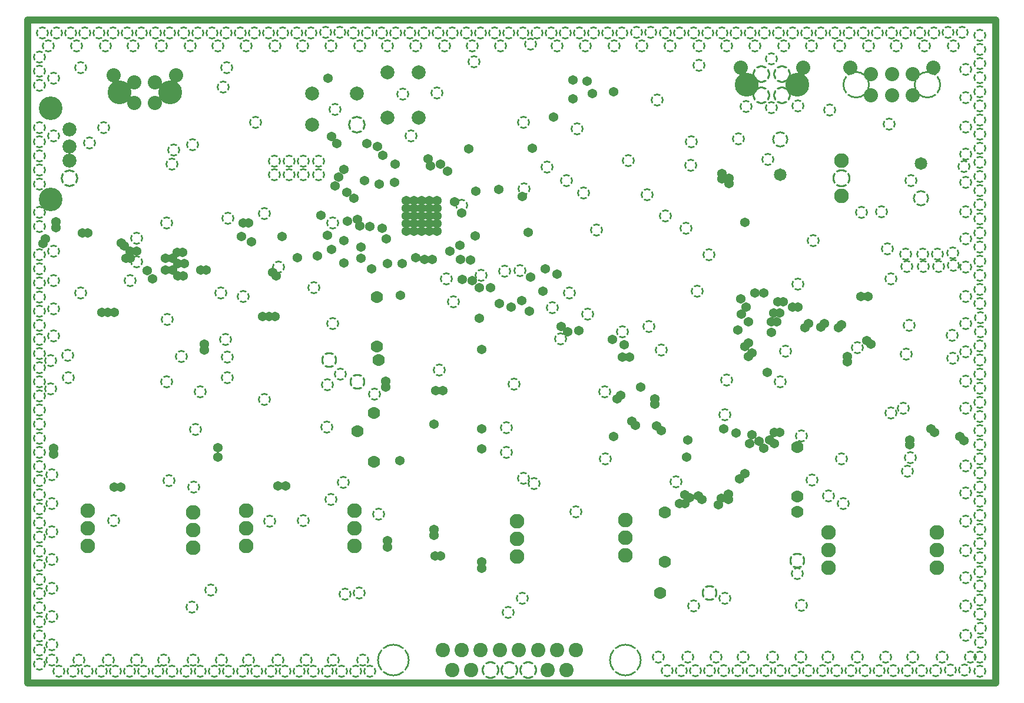
<source format=gbr>
%TF.GenerationSoftware,Altium Limited,Altium Designer,25.3.3 (18)*%
G04 Layer_Physical_Order=2*
G04 Layer_Color=32768*
%FSLAX45Y45*%
%MOMM*%
%TF.SameCoordinates,7852E7E1-4E30-4CDD-8EF1-640B4E54786C*%
%TF.FilePolarity,Negative*%
%TF.FileFunction,Copper,L2,Inr,Plane*%
%TF.Part,Single*%
G01*
G75*
%TA.AperFunction,NonConductor*%
%ADD84C,1.01600*%
%TA.AperFunction,ComponentPad*%
%ADD85C,1.76600*%
G04:AMPARAMS|DCode=86|XSize=2.274mm|YSize=2.274mm|CornerRadius=0mm|HoleSize=0mm|Usage=FLASHONLY|Rotation=0.000|XOffset=0mm|YOffset=0mm|HoleType=Round|Shape=Relief|Width=0.254mm|Gap=0.254mm|Entries=4|*
%AMTHD86*
7,0,0,2.27400,1.76600,0.25400,45*
%
%ADD86THD86*%
G04:AMPARAMS|DCode=87|XSize=4.699mm|YSize=4.699mm|CornerRadius=0mm|HoleSize=0mm|Usage=FLASHONLY|Rotation=0.000|XOffset=0mm|YOffset=0mm|HoleType=Round|Shape=Relief|Width=0.254mm|Gap=0.254mm|Entries=4|*
%AMTHD87*
7,0,0,4.69900,4.19100,0.25400,45*
%
%ADD87THD87*%
%ADD88C,2.05740*%
G04:AMPARAMS|DCode=89|XSize=2.5654mm|YSize=2.5654mm|CornerRadius=0mm|HoleSize=0mm|Usage=FLASHONLY|Rotation=0.000|XOffset=0mm|YOffset=0mm|HoleType=Round|Shape=Relief|Width=0.254mm|Gap=0.254mm|Entries=4|*
%AMTHD89*
7,0,0,2.56540,2.05740,0.25400,45*
%
%ADD89THD89*%
%ADD90C,3.39600*%
G04:AMPARAMS|DCode=91|XSize=2.524mm|YSize=2.524mm|CornerRadius=0mm|HoleSize=0mm|Usage=FLASHONLY|Rotation=0.000|XOffset=0mm|YOffset=0mm|HoleType=Round|Shape=Relief|Width=0.254mm|Gap=0.254mm|Entries=4|*
%AMTHD91*
7,0,0,2.52400,2.01600,0.25400,45*
%
%ADD91THD91*%
%ADD92C,2.01600*%
%ADD93C,2.03600*%
G04:AMPARAMS|DCode=94|XSize=2.544mm|YSize=2.544mm|CornerRadius=0mm|HoleSize=0mm|Usage=FLASHONLY|Rotation=0.000|XOffset=0mm|YOffset=0mm|HoleType=Round|Shape=Relief|Width=0.254mm|Gap=0.254mm|Entries=4|*
%AMTHD94*
7,0,0,2.54400,2.03600,0.25400,45*
%
%ADD94THD94*%
%ADD95C,3.42600*%
%ADD96C,2.11600*%
%ADD97C,2.00600*%
G04:AMPARAMS|DCode=98|XSize=2.514mm|YSize=2.514mm|CornerRadius=0mm|HoleSize=0mm|Usage=FLASHONLY|Rotation=0.000|XOffset=0mm|YOffset=0mm|HoleType=Round|Shape=Relief|Width=0.254mm|Gap=0.254mm|Entries=4|*
%AMTHD98*
7,0,0,2.51400,2.00600,0.25400,45*
%
%ADD98THD98*%
G04:AMPARAMS|DCode=99|XSize=3.934mm|YSize=3.934mm|CornerRadius=0mm|HoleSize=0mm|Usage=FLASHONLY|Rotation=0.000|XOffset=0mm|YOffset=0mm|HoleType=Round|Shape=Relief|Width=0.254mm|Gap=0.254mm|Entries=4|*
%AMTHD99*
7,0,0,3.93400,3.42600,0.25400,45*
%
%ADD99THD99*%
G04:AMPARAMS|DCode=100|XSize=2.624mm|YSize=2.624mm|CornerRadius=0mm|HoleSize=0mm|Usage=FLASHONLY|Rotation=0.000|XOffset=0mm|YOffset=0mm|HoleType=Round|Shape=Relief|Width=0.254mm|Gap=0.254mm|Entries=4|*
%AMTHD100*
7,0,0,2.62400,2.11600,0.25400,45*
%
%ADD100THD100*%
G04:AMPARAMS|DCode=101|XSize=2.324mm|YSize=2.324mm|CornerRadius=0mm|HoleSize=0mm|Usage=FLASHONLY|Rotation=0.000|XOffset=0mm|YOffset=0mm|HoleType=Round|Shape=Relief|Width=0.254mm|Gap=0.254mm|Entries=4|*
%AMTHD101*
7,0,0,2.32400,1.81600,0.25400,45*
%
%ADD101THD101*%
%ADD102C,1.81600*%
%TA.AperFunction,ViaPad*%
%ADD103C,1.36600*%
G04:AMPARAMS|DCode=104|XSize=1.874mm|YSize=1.874mm|CornerRadius=0mm|HoleSize=0mm|Usage=FLASHONLY|Rotation=0.000|XOffset=0mm|YOffset=0mm|HoleType=Round|Shape=Relief|Width=0.254mm|Gap=0.254mm|Entries=4|*
%AMTHD104*
7,0,0,1.87400,1.36600,0.25400,45*
%
%ADD104THD104*%
D84*
X3822700Y1930400D02*
Y11468100D01*
X17741901D01*
Y1930400D02*
Y11468100D01*
X3822700Y1930400D02*
X17741901D01*
D85*
X8864000Y6578600D02*
D03*
X12979401Y4380900D02*
D03*
Y3670900D02*
D03*
X8839200Y7480300D02*
D03*
Y6770300D02*
D03*
X8801100Y5106000D02*
D03*
Y5816000D02*
D03*
X8559800Y5550500D02*
D03*
X12916499Y3225800D02*
D03*
X14884399Y5321300D02*
D03*
Y4611300D02*
D03*
Y4393600D02*
D03*
D86*
X8154000Y6578600D02*
D03*
X8559800Y6260500D02*
D03*
X13626500Y3225800D02*
D03*
X14884399Y3683600D02*
D03*
D87*
X9077960Y2255520D02*
D03*
X12410440D02*
D03*
D88*
X9784080Y2397760D02*
D03*
X10058400D02*
D03*
X10332720D02*
D03*
X10607039D02*
D03*
X10881359D02*
D03*
X11155679D02*
D03*
X11429999D02*
D03*
X11704319D02*
D03*
X9921241Y2113280D02*
D03*
X10195561D02*
D03*
X11292840D02*
D03*
X11567160D02*
D03*
D89*
X10469881D02*
D03*
X10744200D02*
D03*
X11018520D02*
D03*
D90*
X4148600Y8887800D02*
D03*
Y10201800D02*
D03*
D91*
X4419600Y9194800D02*
D03*
D92*
Y9444800D02*
D03*
Y9644800D02*
D03*
Y9894800D02*
D03*
D93*
X14068500Y10782600D02*
D03*
X14968500D02*
D03*
X5051500Y10668300D02*
D03*
X5951500D02*
D03*
X5351500Y10574300D02*
D03*
X5651500D02*
D03*
X5351500Y10274300D02*
D03*
X5651500D02*
D03*
X15944955Y10686100D02*
D03*
X16244955D02*
D03*
X16544955D02*
D03*
X15944955Y10386100D02*
D03*
X16244955D02*
D03*
X16544955D02*
D03*
X16844955Y10780100D02*
D03*
X15644955D02*
D03*
D94*
X14368500Y10688600D02*
D03*
X14668500D02*
D03*
X14368500Y10388600D02*
D03*
X14668500D02*
D03*
D95*
X14883501Y10538600D02*
D03*
X14153500D02*
D03*
X5866500Y10424300D02*
D03*
X5136500D02*
D03*
D96*
X4683658Y3895042D02*
D03*
Y4149042D02*
D03*
Y4403042D02*
D03*
X15519400Y8940800D02*
D03*
Y9448800D02*
D03*
X15333891Y3584348D02*
D03*
Y3838348D02*
D03*
Y4092348D02*
D03*
X16890509Y3584348D02*
D03*
X12410594Y3767094D02*
D03*
X8520670Y3900916D02*
D03*
X6197255Y3873500D02*
D03*
X6959600Y3898900D02*
D03*
Y4152900D02*
D03*
Y4406900D02*
D03*
X8520670Y4408916D02*
D03*
Y4154916D02*
D03*
X10858500Y4254500D02*
D03*
Y4000500D02*
D03*
Y3746500D02*
D03*
X12410594Y4021094D02*
D03*
Y4275094D02*
D03*
X16890509Y3838348D02*
D03*
Y4092348D02*
D03*
X6197255Y4127500D02*
D03*
Y4381500D02*
D03*
D97*
X8995200Y10063600D02*
D03*
X9445200D02*
D03*
Y10713600D02*
D03*
X8995200D02*
D03*
X8554600Y10410400D02*
D03*
X7904600D02*
D03*
Y9960400D02*
D03*
D98*
X8554600D02*
D03*
D99*
X16759955Y10536100D02*
D03*
X15729955D02*
D03*
D100*
X15519400Y9194800D02*
D03*
D101*
X16662399Y8906700D02*
D03*
X14643100Y9745600D02*
D03*
D102*
X16662399Y9406700D02*
D03*
X14643100Y9245600D02*
D03*
D103*
X4076700Y8318500D02*
D03*
X11861800Y10591800D02*
D03*
X11658600Y10604500D02*
D03*
X4603750Y8407400D02*
D03*
X12242800Y10439400D02*
D03*
X11226800Y7569200D02*
D03*
X10185400Y8013700D02*
D03*
X9956463Y8851840D02*
D03*
X10060409Y8688580D02*
D03*
X14198599Y5372100D02*
D03*
X14401801Y5308600D02*
D03*
X6553200Y5181600D02*
D03*
X10160000Y9613900D02*
D03*
X5613400Y7747000D02*
D03*
X10255634Y8363922D02*
D03*
X10033000Y8229600D02*
D03*
X11049000Y7772400D02*
D03*
X9639300Y8026400D02*
D03*
X9525000D02*
D03*
X8597900Y8509000D02*
D03*
X8737600Y8496300D02*
D03*
X8915400Y8470900D02*
D03*
X13754100Y4495800D02*
D03*
X13792200Y4584700D02*
D03*
X14135100Y8559800D02*
D03*
X8140700Y10629900D02*
D03*
X11379200Y10071100D02*
D03*
X10934700Y8928100D02*
D03*
X9893300Y8140700D02*
D03*
X8978900Y8318500D02*
D03*
X9398000Y8051800D02*
D03*
X9207500Y7964400D02*
D03*
X8991600Y7962900D02*
D03*
X8559800Y8597900D02*
D03*
X8509000Y8902700D02*
D03*
X8877300Y9105900D02*
D03*
X11012707Y8412235D02*
D03*
X10922800Y7429500D02*
D03*
X8191500Y9791700D02*
D03*
X8267700Y9690100D02*
D03*
X8242300Y9080500D02*
D03*
X8293100Y9207500D02*
D03*
X8369300Y9321800D02*
D03*
X9106185Y9397486D02*
D03*
X8928100Y9525000D02*
D03*
X8851900Y9652000D02*
D03*
X8699500Y9690100D02*
D03*
X8661400Y9156700D02*
D03*
X10591800Y9029700D02*
D03*
X10261600Y9004300D02*
D03*
X10210800Y7721600D02*
D03*
X10045700Y8026400D02*
D03*
X10071100Y7734300D02*
D03*
X10312400Y7620000D02*
D03*
X10477500D02*
D03*
X10316517Y7179617D02*
D03*
X8610600Y8204200D02*
D03*
X8420100Y8572500D02*
D03*
X8763000Y7888300D02*
D03*
X8610600Y8039100D02*
D03*
X8369300Y8293100D02*
D03*
Y7975600D02*
D03*
X8407400Y8991600D02*
D03*
X8191500Y8166100D02*
D03*
X8128000Y8369300D02*
D03*
X7988300Y8077200D02*
D03*
X7696200Y8051800D02*
D03*
X8039100Y8661400D02*
D03*
X9265700Y8866600D02*
D03*
X9375700D02*
D03*
X9485700D02*
D03*
X9595700D02*
D03*
X9705700D02*
D03*
X9265700Y8756600D02*
D03*
X9375700D02*
D03*
X9485700D02*
D03*
X9595700D02*
D03*
X9705700D02*
D03*
X9265700Y8646600D02*
D03*
X9375700D02*
D03*
X9485700D02*
D03*
X9595700D02*
D03*
X9705700D02*
D03*
X9265700Y8536600D02*
D03*
X9375700D02*
D03*
X9485700D02*
D03*
X9595700D02*
D03*
X9705700D02*
D03*
X9265700Y8426600D02*
D03*
X9375700D02*
D03*
X9485700D02*
D03*
X9595700D02*
D03*
X9705700D02*
D03*
X9093200Y9131300D02*
D03*
X14592300Y7124700D02*
D03*
X14516100D02*
D03*
X14185899D02*
D03*
X15887700Y6858000D02*
D03*
X15940045Y6805655D02*
D03*
X12230100Y6870700D02*
D03*
X14452600Y6400800D02*
D03*
X14554201Y5372100D02*
D03*
X14490700Y5422900D02*
D03*
X12839700Y5943600D02*
D03*
Y6019800D02*
D03*
X13268764Y4635791D02*
D03*
X13335001Y4597400D02*
D03*
X11747500Y6997700D02*
D03*
X5537200Y7861300D02*
D03*
X6057900Y7785100D02*
D03*
X5981700D02*
D03*
X9613900Y9372600D02*
D03*
X9855200Y9289136D02*
D03*
X9753600Y9398000D02*
D03*
X10769600Y7340600D02*
D03*
X9182100Y7505700D02*
D03*
X11074400Y9626600D02*
D03*
X11938992Y10414000D02*
D03*
X9575800Y9474200D02*
D03*
X11658600Y10337800D02*
D03*
X14681200Y7416800D02*
D03*
X14401801Y7543800D02*
D03*
X14274800D02*
D03*
X14516100Y6974316D02*
D03*
X11493500Y7061200D02*
D03*
X11582400Y6985000D02*
D03*
X10350500Y6731000D02*
D03*
X14008099Y5524500D02*
D03*
X12636500Y6184900D02*
D03*
X13830299Y5588000D02*
D03*
X14058900Y4864100D02*
D03*
X14135100Y4940300D02*
D03*
X10604500Y7391400D02*
D03*
X11036300Y7277100D02*
D03*
X12395200Y6794500D02*
D03*
X13804900Y9182100D02*
D03*
Y9258300D02*
D03*
X14030217Y7010400D02*
D03*
X14084300Y7239000D02*
D03*
X14147800Y7340600D02*
D03*
X14071600Y7454900D02*
D03*
X12471400Y6616700D02*
D03*
X12369800D02*
D03*
X11430000Y7810500D02*
D03*
X11264900Y7886700D02*
D03*
X12928600Y5562600D02*
D03*
X7480300Y8356600D02*
D03*
X7035800Y8280400D02*
D03*
X6896100Y8356600D02*
D03*
X7378599Y7204172D02*
D03*
X7289800Y7200900D02*
D03*
X7200900D02*
D03*
X13906500Y9112250D02*
D03*
Y9194800D02*
D03*
X14185899Y6819900D02*
D03*
X14897099Y7340600D02*
D03*
X14820900D02*
D03*
X14608043Y7416800D02*
D03*
X14630400Y7251700D02*
D03*
X14547388D02*
D03*
X9169400Y5130800D02*
D03*
X13296899Y5181600D02*
D03*
X15223276Y7046432D02*
D03*
X15278101Y7099300D02*
D03*
X15608299Y6623050D02*
D03*
Y6553200D02*
D03*
X15474734Y7041934D02*
D03*
X15519400Y7086600D02*
D03*
X14992123Y7041924D02*
D03*
X15049500Y7099300D02*
D03*
X14236700Y6680200D02*
D03*
X14185899Y6629400D02*
D03*
X14135100Y6769100D02*
D03*
X14630400Y5537200D02*
D03*
X10350500Y5588000D02*
D03*
X6311900Y7874000D02*
D03*
X6388100D02*
D03*
X7389900Y7786600D02*
D03*
X7340600Y7835900D02*
D03*
X5800929Y8039100D02*
D03*
X5969000Y8128000D02*
D03*
X5899559Y8039100D02*
D03*
X6045200Y8128000D02*
D03*
X6070600Y7962900D02*
D03*
X5981700D02*
D03*
X5803900Y7874000D02*
D03*
X5905500D02*
D03*
X5295900Y8140700D02*
D03*
X5384800D02*
D03*
X15798801Y7493000D02*
D03*
X15903085D02*
D03*
X6921500Y8547100D02*
D03*
X6997700D02*
D03*
X12344400Y6070600D02*
D03*
X12293600Y6019800D02*
D03*
X5232400Y8039100D02*
D03*
X5295900D02*
D03*
X5207000Y8216900D02*
D03*
X5162550Y8261350D02*
D03*
X4686300Y8407400D02*
D03*
X4229100Y8483600D02*
D03*
X4226615Y8560916D02*
D03*
X4038600Y8255000D02*
D03*
X13265150Y4508500D02*
D03*
X13195300D02*
D03*
X13893800Y4572000D02*
D03*
Y4648200D02*
D03*
X13512801Y4572000D02*
D03*
X13462000Y4622800D02*
D03*
X13309599Y5422900D02*
D03*
X14554201Y5537200D02*
D03*
X14338300Y5410200D02*
D03*
X14236700Y5503088D02*
D03*
X17220450Y5474450D02*
D03*
X17277600Y5417300D02*
D03*
X16807700Y5582402D02*
D03*
X16858501Y5531600D02*
D03*
X16502901Y5353800D02*
D03*
Y5423650D02*
D03*
X12242800Y5473700D02*
D03*
X6362700Y6807200D02*
D03*
Y6718300D02*
D03*
X9664700Y4140200D02*
D03*
Y4051300D02*
D03*
X8991600Y3975100D02*
D03*
Y3886200D02*
D03*
X9677400Y3759200D02*
D03*
X9753600D02*
D03*
X9658350Y5651500D02*
D03*
X10350500Y5295900D02*
D03*
Y3580099D02*
D03*
Y3670300D02*
D03*
X9690100Y6134100D02*
D03*
X9791700D02*
D03*
X8966200Y6184900D02*
D03*
Y6273800D02*
D03*
X12865100Y5626100D02*
D03*
X12560300Y5638800D02*
D03*
X12509948Y5696552D02*
D03*
X5061599Y7259533D02*
D03*
X4972800Y7256262D02*
D03*
X4883900D02*
D03*
X7531100Y4762500D02*
D03*
X7416800D02*
D03*
X6552556Y5313576D02*
D03*
X4191000Y5308600D02*
D03*
X5067300Y4749800D02*
D03*
X5156200D02*
D03*
X4191000Y5219700D02*
D03*
D104*
X16450043Y6657520D02*
D03*
X13868401Y6286500D02*
D03*
X14643100Y6261100D02*
D03*
X14719299Y6705600D02*
D03*
X15519400Y5156200D02*
D03*
X16510001Y5168900D02*
D03*
X16230600Y5816600D02*
D03*
X14946658Y3047989D02*
D03*
X13398500Y3035300D02*
D03*
X10728470Y2939099D02*
D03*
X11705888Y4393556D02*
D03*
X13144791Y4821339D02*
D03*
X12928600Y6718300D02*
D03*
X14897099Y7670800D02*
D03*
X13614400Y8089900D02*
D03*
X15112585Y8290261D02*
D03*
X16178152Y8171000D02*
D03*
X16230005Y7745811D02*
D03*
X16092596Y8710267D02*
D03*
X16204080Y9972869D02*
D03*
X14036655Y9760271D02*
D03*
X12872568Y10317684D02*
D03*
X13352200Y9379155D02*
D03*
X10342800Y7797588D02*
D03*
X10677479Y7848941D02*
D03*
X11283118Y9354409D02*
D03*
X10951030Y9995279D02*
D03*
X9214848Y10399226D02*
D03*
X8242300Y10185400D02*
D03*
X7099300Y9994900D02*
D03*
X4914900Y9918700D02*
D03*
X5892800Y9398000D02*
D03*
X5384800Y8331200D02*
D03*
X5816600Y8547100D02*
D03*
X6701849Y8612546D02*
D03*
X7226300Y8686800D02*
D03*
X7937500Y7620000D02*
D03*
X8864600Y4356100D02*
D03*
X8384172Y3203727D02*
D03*
X7302500Y4254500D02*
D03*
X7785100Y4267200D02*
D03*
X8178800Y4572000D02*
D03*
X8120075Y5611073D02*
D03*
X8318500Y6375400D02*
D03*
X6032500Y6629400D02*
D03*
X5054600Y4267200D02*
D03*
X6184900Y3022600D02*
D03*
X7924800Y2095500D02*
D03*
X4165600Y2476500D02*
D03*
Y3708400D02*
D03*
Y3289300D02*
D03*
Y2882900D02*
D03*
Y4927600D02*
D03*
Y4508500D02*
D03*
Y4102100D02*
D03*
X4191000Y6921500D02*
D03*
X4152900Y6565900D02*
D03*
Y6159500D02*
D03*
X4191000Y8140700D02*
D03*
Y7721600D02*
D03*
Y7315200D02*
D03*
Y10629900D02*
D03*
Y9804400D02*
D03*
X4940300Y11099800D02*
D03*
X4521200D02*
D03*
X4114800D02*
D03*
X6159500D02*
D03*
X5740400D02*
D03*
X5334000D02*
D03*
X7378700D02*
D03*
X6959600D02*
D03*
X6553200D02*
D03*
X8597900D02*
D03*
X8178800D02*
D03*
X7772400D02*
D03*
X9817100D02*
D03*
X9398000D02*
D03*
X8991600D02*
D03*
X11049000Y11125200D02*
D03*
X10617200Y11099800D02*
D03*
X10210800D02*
D03*
X12255500D02*
D03*
X11836400D02*
D03*
X11430000D02*
D03*
X13474699D02*
D03*
X13055600D02*
D03*
X12649200D02*
D03*
X14693900D02*
D03*
X14274800D02*
D03*
X13868401D02*
D03*
X15913100D02*
D03*
X15494000D02*
D03*
X15087601D02*
D03*
X17132300D02*
D03*
X16713200D02*
D03*
X16306799D02*
D03*
X17310100Y9931400D02*
D03*
Y10350500D02*
D03*
Y10756900D02*
D03*
Y8712200D02*
D03*
Y9131300D02*
D03*
Y9537700D02*
D03*
Y7493000D02*
D03*
Y7912100D02*
D03*
Y8318500D02*
D03*
Y6273800D02*
D03*
Y6692900D02*
D03*
Y7099300D02*
D03*
Y5054600D02*
D03*
Y5880100D02*
D03*
Y3835400D02*
D03*
Y4254500D02*
D03*
Y4660900D02*
D03*
Y2616200D02*
D03*
Y3035300D02*
D03*
Y3441700D02*
D03*
X16548100Y2298700D02*
D03*
X16967200D02*
D03*
X17373599D02*
D03*
X15328900D02*
D03*
X15748000D02*
D03*
X16154401D02*
D03*
X14109700D02*
D03*
X14528799D02*
D03*
X14935201D02*
D03*
X12890500D02*
D03*
X13309599D02*
D03*
X13716000D02*
D03*
X8216900Y2260600D02*
D03*
X8636000D02*
D03*
X6997700D02*
D03*
X7416800D02*
D03*
X7823200D02*
D03*
X5778500D02*
D03*
X6197600D02*
D03*
X6604000D02*
D03*
X5384800D02*
D03*
X4978400D02*
D03*
X4559300D02*
D03*
X4165600D02*
D03*
X6235700Y5575300D02*
D03*
X17513300Y2095500D02*
D03*
Y2298700D02*
D03*
X17518855Y2510942D02*
D03*
X17516078Y2715971D02*
D03*
X17513300Y3327400D02*
D03*
Y3530600D02*
D03*
Y3124200D02*
D03*
Y2921000D02*
D03*
Y4140200D02*
D03*
Y4343400D02*
D03*
Y3937000D02*
D03*
Y3733800D02*
D03*
Y4953000D02*
D03*
Y5156200D02*
D03*
Y4749800D02*
D03*
Y4546600D02*
D03*
Y5765800D02*
D03*
Y5969000D02*
D03*
Y5562600D02*
D03*
Y5359400D02*
D03*
Y6578600D02*
D03*
Y6781800D02*
D03*
Y6375400D02*
D03*
Y6172200D02*
D03*
X17518855Y6981342D02*
D03*
X17516078Y7186371D02*
D03*
X17513300Y10642600D02*
D03*
Y10845800D02*
D03*
Y11252200D02*
D03*
Y9829800D02*
D03*
Y10033000D02*
D03*
Y10439400D02*
D03*
Y11049000D02*
D03*
Y10236200D02*
D03*
Y9017000D02*
D03*
Y9220200D02*
D03*
Y9626600D02*
D03*
Y9423400D02*
D03*
Y8204200D02*
D03*
Y8407400D02*
D03*
Y8610600D02*
D03*
Y7594600D02*
D03*
Y7797800D02*
D03*
Y8001000D02*
D03*
Y8813800D02*
D03*
Y7391400D02*
D03*
X7895742Y11284744D02*
D03*
X6473342D02*
D03*
X7286142D02*
D03*
X7489342D02*
D03*
X7692542D02*
D03*
X6676542D02*
D03*
X6879742D02*
D03*
X7082942D02*
D03*
X5863742D02*
D03*
X5660542D02*
D03*
X6066942D02*
D03*
X6270142D02*
D03*
X5050942D02*
D03*
X4238142D02*
D03*
X4847742D02*
D03*
X5254142D02*
D03*
X5457342D02*
D03*
X4034942D02*
D03*
X4441342D02*
D03*
X4644542D02*
D03*
X8100771Y11287522D02*
D03*
X8305800Y11290300D02*
D03*
X9114942Y11284744D02*
D03*
X8911742D02*
D03*
X8505342D02*
D03*
X8708542D02*
D03*
X9927742D02*
D03*
X9724542D02*
D03*
X9318142D02*
D03*
X9521342D02*
D03*
X10740542D02*
D03*
X10537342D02*
D03*
X10130942D02*
D03*
X10334142D02*
D03*
X11553342D02*
D03*
X11350142D02*
D03*
X10943742D02*
D03*
X11146942D02*
D03*
X12366142D02*
D03*
X12162942D02*
D03*
X11756542D02*
D03*
X11959742D02*
D03*
X12571171Y11287522D02*
D03*
X12776200Y11290300D02*
D03*
X13598042Y11284744D02*
D03*
X13394843D02*
D03*
X12988441D02*
D03*
X13191643D02*
D03*
X14410841D02*
D03*
X14207642D02*
D03*
X13801242D02*
D03*
X14004442D02*
D03*
X15223642D02*
D03*
X15020442D02*
D03*
X14614043D02*
D03*
X14817242D02*
D03*
X16036443D02*
D03*
X15833241D02*
D03*
X15426842D02*
D03*
X15630042D02*
D03*
X16849242D02*
D03*
X16646042D02*
D03*
X16239642D02*
D03*
X16442842D02*
D03*
X17054271Y11287522D02*
D03*
X17259300Y11290300D02*
D03*
X14516100Y10210800D02*
D03*
X16903700Y8102600D02*
D03*
X16916400Y7924800D02*
D03*
X17119600Y8115300D02*
D03*
X17132300Y7937500D02*
D03*
X16446500Y8102600D02*
D03*
X16459200Y7924800D02*
D03*
X5295900Y7721600D02*
D03*
X7785100Y9245600D02*
D03*
Y9436100D02*
D03*
X8001000Y9245600D02*
D03*
Y9436100D02*
D03*
X7366000Y9245600D02*
D03*
Y9436100D02*
D03*
X14516100Y10909300D02*
D03*
X6191130Y9677097D02*
D03*
X4711700Y9702800D02*
D03*
X5918200Y9601200D02*
D03*
X7581900Y9245600D02*
D03*
Y9436100D02*
D03*
X16700500Y7924800D02*
D03*
X16687801Y8102600D02*
D03*
X15811501Y8699500D02*
D03*
X11874500Y7239000D02*
D03*
X14884399Y3505200D02*
D03*
X13842999Y3149600D02*
D03*
X16471899Y4978400D02*
D03*
X16408400Y5880100D02*
D03*
X15100301Y4851400D02*
D03*
X13842999Y5791200D02*
D03*
X12128500Y5156200D02*
D03*
X11480800Y6883400D02*
D03*
X12115800Y6121400D02*
D03*
X10706100Y5245100D02*
D03*
Y5600700D02*
D03*
X9944100Y7416800D02*
D03*
X7429500Y7912100D02*
D03*
X6921500Y7493000D02*
D03*
X6667500Y6870700D02*
D03*
X8204200Y7099300D02*
D03*
X8128000Y6223000D02*
D03*
X6692900Y6616700D02*
D03*
Y6324600D02*
D03*
X5854700Y4838700D02*
D03*
X5829300Y7162800D02*
D03*
X5384800Y7988300D02*
D03*
X4406900Y6324600D02*
D03*
X4394200Y6642100D02*
D03*
X4584700Y7543800D02*
D03*
X12725400Y8953500D02*
D03*
X11569700Y9156700D02*
D03*
X12458700Y9448800D02*
D03*
X13360400Y9715500D02*
D03*
X13449300Y7569200D02*
D03*
X17288358Y2113756D02*
D03*
X17083328Y2110978D02*
D03*
X16471899Y2108200D02*
D03*
X16268700D02*
D03*
X16675101D02*
D03*
X16878300D02*
D03*
X15659100D02*
D03*
X15455901D02*
D03*
X15862300D02*
D03*
X16065500D02*
D03*
X14846300D02*
D03*
X14643100D02*
D03*
X15049500D02*
D03*
X15252699D02*
D03*
X14033501D02*
D03*
X13830299D02*
D03*
X14236700D02*
D03*
X14439900D02*
D03*
X13220700D02*
D03*
X13017500D02*
D03*
X13423900D02*
D03*
X13627100D02*
D03*
X8331200Y2095500D02*
D03*
X8128000D02*
D03*
X8534400D02*
D03*
X8737600D02*
D03*
X7721600D02*
D03*
X7315200D02*
D03*
X7518400D02*
D03*
X6908800D02*
D03*
X7112000D02*
D03*
X6705600D02*
D03*
X6502400D02*
D03*
X6096000D02*
D03*
X6299200D02*
D03*
X5689600D02*
D03*
X5892800D02*
D03*
X4267200D02*
D03*
X4673600D02*
D03*
X4470400D02*
D03*
X5080000D02*
D03*
X4876800D02*
D03*
X5283200D02*
D03*
X5486400D02*
D03*
X3987800Y2197100D02*
D03*
Y2400300D02*
D03*
Y2806700D02*
D03*
Y2603500D02*
D03*
Y3213100D02*
D03*
Y3009900D02*
D03*
Y3416300D02*
D03*
Y3822700D02*
D03*
Y3619500D02*
D03*
Y10731500D02*
D03*
Y10934700D02*
D03*
Y10528300D02*
D03*
Y9918700D02*
D03*
Y9512300D02*
D03*
Y9715500D02*
D03*
Y9105900D02*
D03*
Y9309100D02*
D03*
Y8699500D02*
D03*
Y8496300D02*
D03*
Y7886700D02*
D03*
Y8089900D02*
D03*
Y7480300D02*
D03*
Y7683500D02*
D03*
Y7073900D02*
D03*
Y7277100D02*
D03*
Y6667500D02*
D03*
Y6870700D02*
D03*
Y6261100D02*
D03*
Y6464300D02*
D03*
Y5854700D02*
D03*
Y6057900D02*
D03*
Y5448300D02*
D03*
Y5651500D02*
D03*
Y5041900D02*
D03*
Y5245100D02*
D03*
Y4635500D02*
D03*
Y4838700D02*
D03*
Y4432300D02*
D03*
Y4025900D02*
D03*
X17284700Y9359900D02*
D03*
X15354300Y10172700D02*
D03*
X13474271Y10818879D02*
D03*
X6210378Y4749597D02*
D03*
X8356600Y4813300D02*
D03*
X10934700Y3149600D02*
D03*
X14947900Y5486400D02*
D03*
X8807707Y6080752D02*
D03*
X8585200Y3225800D02*
D03*
X6451294Y3260782D02*
D03*
X3987800Y4229100D02*
D03*
X7223888Y6007782D02*
D03*
X9739113Y6432710D02*
D03*
X10812162Y6230977D02*
D03*
X11099739Y4797385D02*
D03*
X15544800Y4508500D02*
D03*
X17114752Y6930556D02*
D03*
X15748000Y6756400D02*
D03*
X16520436Y9156834D02*
D03*
X14463957Y9458703D02*
D03*
X10240205Y10864849D02*
D03*
X6631585Y10503990D02*
D03*
X5816600Y6261100D02*
D03*
X15334161Y4615100D02*
D03*
X10944239Y4872579D02*
D03*
X4584700Y10782300D02*
D03*
X6302549Y6118183D02*
D03*
X17119600Y6604000D02*
D03*
X9704581Y10420541D02*
D03*
X9842500Y7747000D02*
D03*
X8203324Y8549355D02*
D03*
X12992101Y8648700D02*
D03*
X12369800Y6985000D02*
D03*
X11610363Y7542110D02*
D03*
X12750800Y7061200D02*
D03*
X10896600Y7861300D02*
D03*
X11366500Y7327900D02*
D03*
X10953403Y9037385D02*
D03*
X11811000Y8978900D02*
D03*
X11722100Y9906000D02*
D03*
X10058400Y8802879D02*
D03*
X12001500Y8445500D02*
D03*
X6680395Y10781972D02*
D03*
X6597323Y7540150D02*
D03*
X16497301Y7073900D02*
D03*
X13284200Y8470900D02*
D03*
X9334500Y9804400D02*
D03*
X14897099Y10236200D02*
D03*
X14147800Y10223500D02*
D03*
%TF.MD5,2c98fe7be4fb214ca04e701625c8264b*%
M02*

</source>
